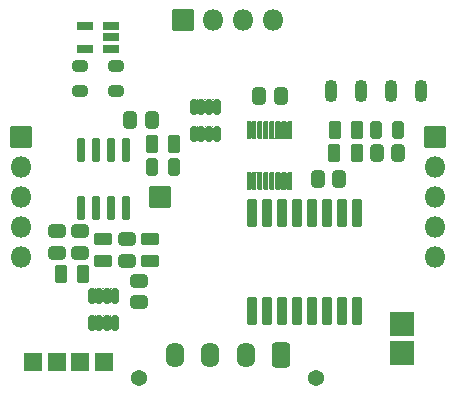
<source format=gbr>
G04 #@! TF.GenerationSoftware,KiCad,Pcbnew,(6.0.7)*
G04 #@! TF.CreationDate,2022-11-19T14:13:10-06:00*
G04 #@! TF.ProjectId,BPS-Amperes,4250532d-416d-4706-9572-65732e6b6963,rev?*
G04 #@! TF.SameCoordinates,Original*
G04 #@! TF.FileFunction,Soldermask,Top*
G04 #@! TF.FilePolarity,Negative*
%FSLAX46Y46*%
G04 Gerber Fmt 4.6, Leading zero omitted, Abs format (unit mm)*
G04 Created by KiCad (PCBNEW (6.0.7)) date 2022-11-19 14:13:10*
%MOMM*%
%LPD*%
G01*
G04 APERTURE LIST*
G04 Aperture macros list*
%AMRoundRect*
0 Rectangle with rounded corners*
0 $1 Rounding radius*
0 $2 $3 $4 $5 $6 $7 $8 $9 X,Y pos of 4 corners*
0 Add a 4 corners polygon primitive as box body*
4,1,4,$2,$3,$4,$5,$6,$7,$8,$9,$2,$3,0*
0 Add four circle primitives for the rounded corners*
1,1,$1+$1,$2,$3*
1,1,$1+$1,$4,$5*
1,1,$1+$1,$6,$7*
1,1,$1+$1,$8,$9*
0 Add four rect primitives between the rounded corners*
20,1,$1+$1,$2,$3,$4,$5,0*
20,1,$1+$1,$4,$5,$6,$7,0*
20,1,$1+$1,$6,$7,$8,$9,0*
20,1,$1+$1,$8,$9,$2,$3,0*%
G04 Aperture macros list end*
%ADD10RoundRect,0.300000X0.450000X-0.262500X0.450000X0.262500X-0.450000X0.262500X-0.450000X-0.262500X0*%
%ADD11RoundRect,0.300000X-0.450000X0.262500X-0.450000X-0.262500X0.450000X-0.262500X0.450000X0.262500X0*%
%ADD12RoundRect,0.268750X-0.381250X0.218750X-0.381250X-0.218750X0.381250X-0.218750X0.381250X0.218750X0*%
%ADD13RoundRect,0.200000X0.150000X-0.825000X0.150000X0.825000X-0.150000X0.825000X-0.150000X-0.825000X0*%
%ADD14RoundRect,0.050000X-0.750000X-0.750000X0.750000X-0.750000X0.750000X0.750000X-0.750000X0.750000X0*%
%ADD15RoundRect,0.300000X0.262500X0.450000X-0.262500X0.450000X-0.262500X-0.450000X0.262500X-0.450000X0*%
%ADD16RoundRect,0.050000X-1.000000X-1.000000X1.000000X-1.000000X1.000000X1.000000X-1.000000X1.000000X0*%
%ADD17RoundRect,0.300000X0.250000X0.475000X-0.250000X0.475000X-0.250000X-0.475000X0.250000X-0.475000X0*%
%ADD18C,1.370000*%
%ADD19RoundRect,0.300001X0.499999X0.759999X-0.499999X0.759999X-0.499999X-0.759999X0.499999X-0.759999X0*%
%ADD20O,1.600000X2.120000*%
%ADD21RoundRect,0.175000X0.125000X-0.537500X0.125000X0.537500X-0.125000X0.537500X-0.125000X-0.537500X0*%
%ADD22O,1.100000X1.900000*%
%ADD23RoundRect,0.175000X-0.125000X0.537500X-0.125000X-0.537500X0.125000X-0.537500X0.125000X0.537500X0*%
%ADD24RoundRect,0.300000X-0.250000X-0.475000X0.250000X-0.475000X0.250000X0.475000X-0.250000X0.475000X0*%
%ADD25RoundRect,0.300000X0.475000X-0.250000X0.475000X0.250000X-0.475000X0.250000X-0.475000X-0.250000X0*%
%ADD26RoundRect,0.050000X0.850000X-0.850000X0.850000X0.850000X-0.850000X0.850000X-0.850000X-0.850000X0*%
%ADD27O,1.800000X1.800000*%
%ADD28RoundRect,0.293750X-0.243750X-0.456250X0.243750X-0.456250X0.243750X0.456250X-0.243750X0.456250X0*%
%ADD29RoundRect,0.125000X0.075000X-0.650000X0.075000X0.650000X-0.075000X0.650000X-0.075000X-0.650000X0*%
%ADD30RoundRect,0.050000X0.380000X1.100000X-0.380000X1.100000X-0.380000X-1.100000X0.380000X-1.100000X0*%
%ADD31RoundRect,0.300000X-0.262500X-0.450000X0.262500X-0.450000X0.262500X0.450000X-0.262500X0.450000X0*%
%ADD32RoundRect,0.200000X0.512500X0.150000X-0.512500X0.150000X-0.512500X-0.150000X0.512500X-0.150000X0*%
%ADD33RoundRect,0.050000X-0.850000X-0.850000X0.850000X-0.850000X0.850000X0.850000X-0.850000X0.850000X0*%
%ADD34RoundRect,0.300000X-0.475000X0.250000X-0.475000X-0.250000X0.475000X-0.250000X0.475000X0.250000X0*%
%ADD35RoundRect,0.050000X0.850000X0.850000X-0.850000X0.850000X-0.850000X-0.850000X0.850000X-0.850000X0*%
G04 APERTURE END LIST*
D10*
X126432500Y-117912500D03*
X126432500Y-116087500D03*
D11*
X127432500Y-119587500D03*
X127432500Y-121412500D03*
D12*
X125500000Y-101437500D03*
X125500000Y-103562500D03*
D13*
X122595000Y-113475000D03*
X123865000Y-113475000D03*
X125135000Y-113475000D03*
X126405000Y-113475000D03*
X126405000Y-108525000D03*
X125135000Y-108525000D03*
X123865000Y-108525000D03*
X122595000Y-108525000D03*
D14*
X122500000Y-126500000D03*
D15*
X144412500Y-111000000D03*
X142587500Y-111000000D03*
D16*
X149750000Y-125750000D03*
D17*
X145950000Y-106800000D03*
X144050000Y-106800000D03*
D12*
X122500000Y-101437500D03*
X122500000Y-103562500D03*
D10*
X122500000Y-117250000D03*
X122500000Y-115425000D03*
D18*
X142500000Y-127875000D03*
X127500000Y-127875000D03*
D19*
X139500000Y-125915000D03*
D20*
X136500000Y-125915000D03*
X133500000Y-125915000D03*
X130500000Y-125915000D03*
D15*
X139500000Y-104000000D03*
X137675000Y-104000000D03*
D16*
X149750000Y-123250000D03*
D14*
X124500000Y-126500000D03*
D21*
X123457500Y-123137500D03*
X124107500Y-123137500D03*
X124757500Y-123137500D03*
X125407500Y-123137500D03*
X125407500Y-120862500D03*
X124757500Y-120862500D03*
X124107500Y-120862500D03*
X123457500Y-120862500D03*
D22*
X143690000Y-103500000D03*
X146230000Y-103500000D03*
X148770000Y-103500000D03*
X151310000Y-103500000D03*
D23*
X134050000Y-104862500D03*
X133400000Y-104862500D03*
X132750000Y-104862500D03*
X132100000Y-104862500D03*
X132100000Y-107137500D03*
X132750000Y-107137500D03*
X133400000Y-107137500D03*
X134050000Y-107137500D03*
D24*
X144000000Y-108800000D03*
X145900000Y-108800000D03*
D14*
X120500000Y-126500000D03*
D25*
X124432500Y-117950000D03*
X124432500Y-116050000D03*
D26*
X131200000Y-97500000D03*
D27*
X133740000Y-97500000D03*
X136280000Y-97500000D03*
X138820000Y-97500000D03*
D17*
X122750000Y-119000000D03*
X120850000Y-119000000D03*
D10*
X120500000Y-117250000D03*
X120500000Y-115425000D03*
D28*
X147562500Y-106800000D03*
X149437500Y-106800000D03*
D29*
X136750000Y-111150000D03*
X137250000Y-111150000D03*
X137750000Y-111150000D03*
X138250000Y-111150000D03*
X138750000Y-111150000D03*
X139250000Y-111150000D03*
X139750000Y-111150000D03*
X140250000Y-111150000D03*
X140250000Y-106850000D03*
X139750000Y-106850000D03*
X139250000Y-106850000D03*
X138750000Y-106850000D03*
X138250000Y-106850000D03*
X137750000Y-106850000D03*
X137250000Y-106850000D03*
X136750000Y-106850000D03*
D30*
X145945000Y-113872500D03*
X144675000Y-113872500D03*
X143405000Y-113872500D03*
X142135000Y-113872500D03*
X140865000Y-113872500D03*
X139595000Y-113872500D03*
X138325000Y-113872500D03*
X137055000Y-113872500D03*
X137055000Y-122127500D03*
X138325000Y-122127500D03*
X139595000Y-122127500D03*
X140865000Y-122127500D03*
X142135000Y-122127500D03*
X143405000Y-122127500D03*
X144675000Y-122127500D03*
X145945000Y-122127500D03*
D31*
X147587500Y-108800000D03*
X149412500Y-108800000D03*
D32*
X125137500Y-99950000D03*
X125137500Y-99000000D03*
X125137500Y-98050000D03*
X122862500Y-98050000D03*
X122862500Y-99950000D03*
D33*
X129250000Y-112500000D03*
D14*
X118500000Y-126500000D03*
D31*
X126737500Y-106000000D03*
X128562500Y-106000000D03*
D24*
X128550000Y-108000000D03*
X130450000Y-108000000D03*
D28*
X128562500Y-110000000D03*
X130437500Y-110000000D03*
D34*
X128432500Y-116050000D03*
X128432500Y-117950000D03*
D35*
X117525000Y-107420000D03*
D27*
X117525000Y-109960000D03*
X117525000Y-112500000D03*
X117525000Y-115040000D03*
X117525000Y-117580000D03*
D35*
X152500000Y-107425000D03*
D27*
X152500000Y-109965000D03*
X152500000Y-112505000D03*
X152500000Y-115045000D03*
X152500000Y-117585000D03*
G36*
X124360144Y-122478767D02*
G01*
X124371083Y-122486076D01*
X124372364Y-122485444D01*
X124373472Y-122485869D01*
X124398619Y-122505693D01*
X124459074Y-122508066D01*
X124491894Y-122486136D01*
X124493890Y-122486005D01*
X124493948Y-122486056D01*
X124504856Y-122478767D01*
X124506852Y-122478636D01*
X124507963Y-122480299D01*
X124507630Y-122481541D01*
X124472706Y-122533809D01*
X124459500Y-122600199D01*
X124459500Y-123674801D01*
X124472706Y-123741191D01*
X124507630Y-123793459D01*
X124507761Y-123795455D01*
X124506098Y-123796566D01*
X124504856Y-123796233D01*
X124493917Y-123788924D01*
X124492636Y-123789556D01*
X124491528Y-123789131D01*
X124466381Y-123769307D01*
X124405926Y-123766934D01*
X124373106Y-123788864D01*
X124371110Y-123788995D01*
X124371052Y-123788944D01*
X124360144Y-123796233D01*
X124358148Y-123796364D01*
X124357037Y-123794701D01*
X124357370Y-123793459D01*
X124392294Y-123741191D01*
X124405500Y-123674801D01*
X124405500Y-122600199D01*
X124392294Y-122533809D01*
X124357370Y-122481541D01*
X124357239Y-122479545D01*
X124358902Y-122478434D01*
X124360144Y-122478767D01*
G37*
G36*
X123710144Y-122478767D02*
G01*
X123721083Y-122486076D01*
X123722364Y-122485444D01*
X123723472Y-122485869D01*
X123748619Y-122505693D01*
X123809074Y-122508066D01*
X123841894Y-122486136D01*
X123843890Y-122486005D01*
X123843948Y-122486056D01*
X123854856Y-122478767D01*
X123856852Y-122478636D01*
X123857963Y-122480299D01*
X123857630Y-122481541D01*
X123822706Y-122533809D01*
X123809500Y-122600199D01*
X123809500Y-123674801D01*
X123822706Y-123741191D01*
X123857630Y-123793459D01*
X123857761Y-123795455D01*
X123856098Y-123796566D01*
X123854856Y-123796233D01*
X123843917Y-123788924D01*
X123842636Y-123789556D01*
X123841528Y-123789131D01*
X123816381Y-123769307D01*
X123755926Y-123766934D01*
X123723106Y-123788864D01*
X123721110Y-123788995D01*
X123721052Y-123788944D01*
X123710144Y-123796233D01*
X123708148Y-123796364D01*
X123707037Y-123794701D01*
X123707370Y-123793459D01*
X123742294Y-123741191D01*
X123755500Y-123674801D01*
X123755500Y-122600199D01*
X123742294Y-122533809D01*
X123707370Y-122481541D01*
X123707239Y-122479545D01*
X123708902Y-122478434D01*
X123710144Y-122478767D01*
G37*
G36*
X125010144Y-122478767D02*
G01*
X125021083Y-122486076D01*
X125022364Y-122485444D01*
X125023472Y-122485869D01*
X125048619Y-122505693D01*
X125109074Y-122508066D01*
X125141894Y-122486136D01*
X125143890Y-122486005D01*
X125143948Y-122486056D01*
X125154856Y-122478767D01*
X125156852Y-122478636D01*
X125157963Y-122480299D01*
X125157630Y-122481541D01*
X125122706Y-122533809D01*
X125109500Y-122600199D01*
X125109500Y-123674801D01*
X125122706Y-123741191D01*
X125157630Y-123793459D01*
X125157761Y-123795455D01*
X125156098Y-123796566D01*
X125154856Y-123796233D01*
X125143917Y-123788924D01*
X125142636Y-123789556D01*
X125141528Y-123789131D01*
X125116381Y-123769307D01*
X125055926Y-123766934D01*
X125023106Y-123788864D01*
X125021110Y-123788995D01*
X125021052Y-123788944D01*
X125010144Y-123796233D01*
X125008148Y-123796364D01*
X125007037Y-123794701D01*
X125007370Y-123793459D01*
X125042294Y-123741191D01*
X125055500Y-123674801D01*
X125055500Y-122600199D01*
X125042294Y-122533809D01*
X125007370Y-122481541D01*
X125007239Y-122479545D01*
X125008902Y-122478434D01*
X125010144Y-122478767D01*
G37*
G36*
X125010144Y-120203767D02*
G01*
X125021083Y-120211076D01*
X125022364Y-120210444D01*
X125023472Y-120210869D01*
X125048619Y-120230693D01*
X125109074Y-120233066D01*
X125141894Y-120211136D01*
X125143890Y-120211005D01*
X125143948Y-120211056D01*
X125154856Y-120203767D01*
X125156852Y-120203636D01*
X125157963Y-120205299D01*
X125157630Y-120206541D01*
X125122706Y-120258809D01*
X125109500Y-120325199D01*
X125109500Y-121399801D01*
X125122706Y-121466191D01*
X125157630Y-121518459D01*
X125157761Y-121520455D01*
X125156098Y-121521566D01*
X125154856Y-121521233D01*
X125143917Y-121513924D01*
X125142636Y-121514556D01*
X125141528Y-121514131D01*
X125116381Y-121494307D01*
X125055926Y-121491934D01*
X125023106Y-121513864D01*
X125021110Y-121513995D01*
X125021052Y-121513944D01*
X125010144Y-121521233D01*
X125008148Y-121521364D01*
X125007037Y-121519701D01*
X125007370Y-121518459D01*
X125042294Y-121466191D01*
X125055500Y-121399801D01*
X125055500Y-120325199D01*
X125042294Y-120258809D01*
X125007370Y-120206541D01*
X125007239Y-120204545D01*
X125008902Y-120203434D01*
X125010144Y-120203767D01*
G37*
G36*
X124360144Y-120203767D02*
G01*
X124371083Y-120211076D01*
X124372364Y-120210444D01*
X124373472Y-120210869D01*
X124398619Y-120230693D01*
X124459074Y-120233066D01*
X124491894Y-120211136D01*
X124493890Y-120211005D01*
X124493948Y-120211056D01*
X124504856Y-120203767D01*
X124506852Y-120203636D01*
X124507963Y-120205299D01*
X124507630Y-120206541D01*
X124472706Y-120258809D01*
X124459500Y-120325199D01*
X124459500Y-121399801D01*
X124472706Y-121466191D01*
X124507630Y-121518459D01*
X124507761Y-121520455D01*
X124506098Y-121521566D01*
X124504856Y-121521233D01*
X124493917Y-121513924D01*
X124492636Y-121514556D01*
X124491528Y-121514131D01*
X124466381Y-121494307D01*
X124405926Y-121491934D01*
X124373106Y-121513864D01*
X124371110Y-121513995D01*
X124371052Y-121513944D01*
X124360144Y-121521233D01*
X124358148Y-121521364D01*
X124357037Y-121519701D01*
X124357370Y-121518459D01*
X124392294Y-121466191D01*
X124405500Y-121399801D01*
X124405500Y-120325199D01*
X124392294Y-120258809D01*
X124357370Y-120206541D01*
X124357239Y-120204545D01*
X124358902Y-120203434D01*
X124360144Y-120203767D01*
G37*
G36*
X123710144Y-120203767D02*
G01*
X123721083Y-120211076D01*
X123722364Y-120210444D01*
X123723472Y-120210869D01*
X123748619Y-120230693D01*
X123809074Y-120233066D01*
X123841894Y-120211136D01*
X123843890Y-120211005D01*
X123843948Y-120211056D01*
X123854856Y-120203767D01*
X123856852Y-120203636D01*
X123857963Y-120205299D01*
X123857630Y-120206541D01*
X123822706Y-120258809D01*
X123809500Y-120325199D01*
X123809500Y-121399801D01*
X123822706Y-121466191D01*
X123857630Y-121518459D01*
X123857761Y-121520455D01*
X123856098Y-121521566D01*
X123854856Y-121521233D01*
X123843917Y-121513924D01*
X123842636Y-121514556D01*
X123841528Y-121514131D01*
X123816381Y-121494307D01*
X123755926Y-121491934D01*
X123723106Y-121513864D01*
X123721110Y-121513995D01*
X123721052Y-121513944D01*
X123710144Y-121521233D01*
X123708148Y-121521364D01*
X123707037Y-121519701D01*
X123707370Y-121518459D01*
X123742294Y-121466191D01*
X123755500Y-121399801D01*
X123755500Y-120325199D01*
X123742294Y-120258809D01*
X123707370Y-120206541D01*
X123707239Y-120204545D01*
X123708902Y-120203434D01*
X123710144Y-120203767D01*
G37*
G36*
X139922976Y-110422537D02*
G01*
X139966118Y-110456547D01*
X140026573Y-110458922D01*
X140073914Y-110427289D01*
X140075910Y-110427158D01*
X140077021Y-110428821D01*
X140076688Y-110430063D01*
X140061400Y-110452944D01*
X140052000Y-110500199D01*
X140052000Y-111799801D01*
X140061400Y-111847056D01*
X140079925Y-111874781D01*
X140080056Y-111876777D01*
X140078393Y-111877888D01*
X140077024Y-111877463D01*
X140033882Y-111843453D01*
X139973427Y-111841078D01*
X139926086Y-111872711D01*
X139924090Y-111872842D01*
X139922979Y-111871179D01*
X139923312Y-111869937D01*
X139938600Y-111847056D01*
X139948000Y-111799801D01*
X139948000Y-110500199D01*
X139938600Y-110452944D01*
X139920075Y-110425219D01*
X139919944Y-110423223D01*
X139921607Y-110422112D01*
X139922976Y-110422537D01*
G37*
G36*
X139422976Y-110422537D02*
G01*
X139466118Y-110456547D01*
X139526573Y-110458922D01*
X139573914Y-110427289D01*
X139575910Y-110427158D01*
X139577021Y-110428821D01*
X139576688Y-110430063D01*
X139561400Y-110452944D01*
X139552000Y-110500199D01*
X139552000Y-111799801D01*
X139561400Y-111847056D01*
X139579925Y-111874781D01*
X139580056Y-111876777D01*
X139578393Y-111877888D01*
X139577024Y-111877463D01*
X139533882Y-111843453D01*
X139473427Y-111841078D01*
X139426086Y-111872711D01*
X139424090Y-111872842D01*
X139422979Y-111871179D01*
X139423312Y-111869937D01*
X139438600Y-111847056D01*
X139448000Y-111799801D01*
X139448000Y-110500199D01*
X139438600Y-110452944D01*
X139420075Y-110425219D01*
X139419944Y-110423223D01*
X139421607Y-110422112D01*
X139422976Y-110422537D01*
G37*
G36*
X138422976Y-110422537D02*
G01*
X138466118Y-110456547D01*
X138526573Y-110458922D01*
X138573914Y-110427289D01*
X138575910Y-110427158D01*
X138577021Y-110428821D01*
X138576688Y-110430063D01*
X138561400Y-110452944D01*
X138552000Y-110500199D01*
X138552000Y-111799801D01*
X138561400Y-111847056D01*
X138579925Y-111874781D01*
X138580056Y-111876777D01*
X138578393Y-111877888D01*
X138577024Y-111877463D01*
X138533882Y-111843453D01*
X138473427Y-111841078D01*
X138426086Y-111872711D01*
X138424090Y-111872842D01*
X138422979Y-111871179D01*
X138423312Y-111869937D01*
X138438600Y-111847056D01*
X138448000Y-111799801D01*
X138448000Y-110500199D01*
X138438600Y-110452944D01*
X138420075Y-110425219D01*
X138419944Y-110423223D01*
X138421607Y-110422112D01*
X138422976Y-110422537D01*
G37*
G36*
X138922976Y-110422537D02*
G01*
X138966118Y-110456547D01*
X139026573Y-110458922D01*
X139073914Y-110427289D01*
X139075910Y-110427158D01*
X139077021Y-110428821D01*
X139076688Y-110430063D01*
X139061400Y-110452944D01*
X139052000Y-110500199D01*
X139052000Y-111799801D01*
X139061400Y-111847056D01*
X139079925Y-111874781D01*
X139080056Y-111876777D01*
X139078393Y-111877888D01*
X139077024Y-111877463D01*
X139033882Y-111843453D01*
X138973427Y-111841078D01*
X138926086Y-111872711D01*
X138924090Y-111872842D01*
X138922979Y-111871179D01*
X138923312Y-111869937D01*
X138938600Y-111847056D01*
X138948000Y-111799801D01*
X138948000Y-110500199D01*
X138938600Y-110452944D01*
X138920075Y-110425219D01*
X138919944Y-110423223D01*
X138921607Y-110422112D01*
X138922976Y-110422537D01*
G37*
G36*
X137922976Y-110422537D02*
G01*
X137966118Y-110456547D01*
X138026573Y-110458922D01*
X138073914Y-110427289D01*
X138075910Y-110427158D01*
X138077021Y-110428821D01*
X138076688Y-110430063D01*
X138061400Y-110452944D01*
X138052000Y-110500199D01*
X138052000Y-111799801D01*
X138061400Y-111847056D01*
X138079925Y-111874781D01*
X138080056Y-111876777D01*
X138078393Y-111877888D01*
X138077024Y-111877463D01*
X138033882Y-111843453D01*
X137973427Y-111841078D01*
X137926086Y-111872711D01*
X137924090Y-111872842D01*
X137922979Y-111871179D01*
X137923312Y-111869937D01*
X137938600Y-111847056D01*
X137948000Y-111799801D01*
X137948000Y-110500199D01*
X137938600Y-110452944D01*
X137920075Y-110425219D01*
X137919944Y-110423223D01*
X137921607Y-110422112D01*
X137922976Y-110422537D01*
G37*
G36*
X137422976Y-110422537D02*
G01*
X137466118Y-110456547D01*
X137526573Y-110458922D01*
X137573914Y-110427289D01*
X137575910Y-110427158D01*
X137577021Y-110428821D01*
X137576688Y-110430063D01*
X137561400Y-110452944D01*
X137552000Y-110500199D01*
X137552000Y-111799801D01*
X137561400Y-111847056D01*
X137579925Y-111874781D01*
X137580056Y-111876777D01*
X137578393Y-111877888D01*
X137577024Y-111877463D01*
X137533882Y-111843453D01*
X137473427Y-111841078D01*
X137426086Y-111872711D01*
X137424090Y-111872842D01*
X137422979Y-111871179D01*
X137423312Y-111869937D01*
X137438600Y-111847056D01*
X137448000Y-111799801D01*
X137448000Y-110500199D01*
X137438600Y-110452944D01*
X137420075Y-110425219D01*
X137419944Y-110423223D01*
X137421607Y-110422112D01*
X137422976Y-110422537D01*
G37*
G36*
X136922976Y-110422537D02*
G01*
X136966118Y-110456547D01*
X137026573Y-110458922D01*
X137073914Y-110427289D01*
X137075910Y-110427158D01*
X137077021Y-110428821D01*
X137076688Y-110430063D01*
X137061400Y-110452944D01*
X137052000Y-110500199D01*
X137052000Y-111799801D01*
X137061400Y-111847056D01*
X137079925Y-111874781D01*
X137080056Y-111876777D01*
X137078393Y-111877888D01*
X137077024Y-111877463D01*
X137033882Y-111843453D01*
X136973427Y-111841078D01*
X136926086Y-111872711D01*
X136924090Y-111872842D01*
X136922979Y-111871179D01*
X136923312Y-111869937D01*
X136938600Y-111847056D01*
X136948000Y-111799801D01*
X136948000Y-110500199D01*
X136938600Y-110452944D01*
X136920075Y-110425219D01*
X136919944Y-110423223D01*
X136921607Y-110422112D01*
X136922976Y-110422537D01*
G37*
G36*
X133652644Y-106478767D02*
G01*
X133663583Y-106486076D01*
X133664864Y-106485444D01*
X133665972Y-106485869D01*
X133691119Y-106505693D01*
X133751574Y-106508066D01*
X133784394Y-106486136D01*
X133786390Y-106486005D01*
X133786448Y-106486056D01*
X133797356Y-106478767D01*
X133799352Y-106478636D01*
X133800463Y-106480299D01*
X133800130Y-106481541D01*
X133765206Y-106533809D01*
X133752000Y-106600199D01*
X133752000Y-107674801D01*
X133765206Y-107741191D01*
X133800130Y-107793459D01*
X133800261Y-107795455D01*
X133798598Y-107796566D01*
X133797356Y-107796233D01*
X133786417Y-107788924D01*
X133785136Y-107789556D01*
X133784028Y-107789131D01*
X133758881Y-107769307D01*
X133698426Y-107766934D01*
X133665606Y-107788864D01*
X133663610Y-107788995D01*
X133663552Y-107788944D01*
X133652644Y-107796233D01*
X133650648Y-107796364D01*
X133649537Y-107794701D01*
X133649870Y-107793459D01*
X133684794Y-107741191D01*
X133698000Y-107674801D01*
X133698000Y-106600199D01*
X133684794Y-106533809D01*
X133649870Y-106481541D01*
X133649739Y-106479545D01*
X133651402Y-106478434D01*
X133652644Y-106478767D01*
G37*
G36*
X132352644Y-106478767D02*
G01*
X132363583Y-106486076D01*
X132364864Y-106485444D01*
X132365972Y-106485869D01*
X132391119Y-106505693D01*
X132451574Y-106508066D01*
X132484394Y-106486136D01*
X132486390Y-106486005D01*
X132486448Y-106486056D01*
X132497356Y-106478767D01*
X132499352Y-106478636D01*
X132500463Y-106480299D01*
X132500130Y-106481541D01*
X132465206Y-106533809D01*
X132452000Y-106600199D01*
X132452000Y-107674801D01*
X132465206Y-107741191D01*
X132500130Y-107793459D01*
X132500261Y-107795455D01*
X132498598Y-107796566D01*
X132497356Y-107796233D01*
X132486417Y-107788924D01*
X132485136Y-107789556D01*
X132484028Y-107789131D01*
X132458881Y-107769307D01*
X132398426Y-107766934D01*
X132365606Y-107788864D01*
X132363610Y-107788995D01*
X132363552Y-107788944D01*
X132352644Y-107796233D01*
X132350648Y-107796364D01*
X132349537Y-107794701D01*
X132349870Y-107793459D01*
X132384794Y-107741191D01*
X132398000Y-107674801D01*
X132398000Y-106600199D01*
X132384794Y-106533809D01*
X132349870Y-106481541D01*
X132349739Y-106479545D01*
X132351402Y-106478434D01*
X132352644Y-106478767D01*
G37*
G36*
X133002644Y-106478767D02*
G01*
X133013583Y-106486076D01*
X133014864Y-106485444D01*
X133015972Y-106485869D01*
X133041119Y-106505693D01*
X133101574Y-106508066D01*
X133134394Y-106486136D01*
X133136390Y-106486005D01*
X133136448Y-106486056D01*
X133147356Y-106478767D01*
X133149352Y-106478636D01*
X133150463Y-106480299D01*
X133150130Y-106481541D01*
X133115206Y-106533809D01*
X133102000Y-106600199D01*
X133102000Y-107674801D01*
X133115206Y-107741191D01*
X133150130Y-107793459D01*
X133150261Y-107795455D01*
X133148598Y-107796566D01*
X133147356Y-107796233D01*
X133136417Y-107788924D01*
X133135136Y-107789556D01*
X133134028Y-107789131D01*
X133108881Y-107769307D01*
X133048426Y-107766934D01*
X133015606Y-107788864D01*
X133013610Y-107788995D01*
X133013552Y-107788944D01*
X133002644Y-107796233D01*
X133000648Y-107796364D01*
X132999537Y-107794701D01*
X132999870Y-107793459D01*
X133034794Y-107741191D01*
X133048000Y-107674801D01*
X133048000Y-106600199D01*
X133034794Y-106533809D01*
X132999870Y-106481541D01*
X132999739Y-106479545D01*
X133001402Y-106478434D01*
X133002644Y-106478767D01*
G37*
G36*
X139422976Y-106122537D02*
G01*
X139466118Y-106156547D01*
X139526573Y-106158922D01*
X139573914Y-106127289D01*
X139575910Y-106127158D01*
X139577021Y-106128821D01*
X139576688Y-106130063D01*
X139561400Y-106152944D01*
X139552000Y-106200199D01*
X139552000Y-107499801D01*
X139561400Y-107547056D01*
X139579925Y-107574781D01*
X139580056Y-107576777D01*
X139578393Y-107577888D01*
X139577024Y-107577463D01*
X139533882Y-107543453D01*
X139473427Y-107541078D01*
X139426086Y-107572711D01*
X139424090Y-107572842D01*
X139422979Y-107571179D01*
X139423312Y-107569937D01*
X139438600Y-107547056D01*
X139448000Y-107499801D01*
X139448000Y-106200199D01*
X139438600Y-106152944D01*
X139420075Y-106125219D01*
X139419944Y-106123223D01*
X139421607Y-106122112D01*
X139422976Y-106122537D01*
G37*
G36*
X137922976Y-106122537D02*
G01*
X137966118Y-106156547D01*
X138026573Y-106158922D01*
X138073914Y-106127289D01*
X138075910Y-106127158D01*
X138077021Y-106128821D01*
X138076688Y-106130063D01*
X138061400Y-106152944D01*
X138052000Y-106200199D01*
X138052000Y-107499801D01*
X138061400Y-107547056D01*
X138079925Y-107574781D01*
X138080056Y-107576777D01*
X138078393Y-107577888D01*
X138077024Y-107577463D01*
X138033882Y-107543453D01*
X137973427Y-107541078D01*
X137926086Y-107572711D01*
X137924090Y-107572842D01*
X137922979Y-107571179D01*
X137923312Y-107569937D01*
X137938600Y-107547056D01*
X137948000Y-107499801D01*
X137948000Y-106200199D01*
X137938600Y-106152944D01*
X137920075Y-106125219D01*
X137919944Y-106123223D01*
X137921607Y-106122112D01*
X137922976Y-106122537D01*
G37*
G36*
X138922976Y-106122537D02*
G01*
X138966118Y-106156547D01*
X139026573Y-106158922D01*
X139073914Y-106127289D01*
X139075910Y-106127158D01*
X139077021Y-106128821D01*
X139076688Y-106130063D01*
X139061400Y-106152944D01*
X139052000Y-106200199D01*
X139052000Y-107499801D01*
X139061400Y-107547056D01*
X139079925Y-107574781D01*
X139080056Y-107576777D01*
X139078393Y-107577888D01*
X139077024Y-107577463D01*
X139033882Y-107543453D01*
X138973427Y-107541078D01*
X138926086Y-107572711D01*
X138924090Y-107572842D01*
X138922979Y-107571179D01*
X138923312Y-107569937D01*
X138938600Y-107547056D01*
X138948000Y-107499801D01*
X138948000Y-106200199D01*
X138938600Y-106152944D01*
X138920075Y-106125219D01*
X138919944Y-106123223D01*
X138921607Y-106122112D01*
X138922976Y-106122537D01*
G37*
G36*
X139922976Y-106122537D02*
G01*
X139966118Y-106156547D01*
X140026573Y-106158922D01*
X140073914Y-106127289D01*
X140075910Y-106127158D01*
X140077021Y-106128821D01*
X140076688Y-106130063D01*
X140061400Y-106152944D01*
X140052000Y-106200199D01*
X140052000Y-107499801D01*
X140061400Y-107547056D01*
X140079925Y-107574781D01*
X140080056Y-107576777D01*
X140078393Y-107577888D01*
X140077024Y-107577463D01*
X140033882Y-107543453D01*
X139973427Y-107541078D01*
X139926086Y-107572711D01*
X139924090Y-107572842D01*
X139922979Y-107571179D01*
X139923312Y-107569937D01*
X139938600Y-107547056D01*
X139948000Y-107499801D01*
X139948000Y-106200199D01*
X139938600Y-106152944D01*
X139920075Y-106125219D01*
X139919944Y-106123223D01*
X139921607Y-106122112D01*
X139922976Y-106122537D01*
G37*
G36*
X136922976Y-106122537D02*
G01*
X136966118Y-106156547D01*
X137026573Y-106158922D01*
X137073914Y-106127289D01*
X137075910Y-106127158D01*
X137077021Y-106128821D01*
X137076688Y-106130063D01*
X137061400Y-106152944D01*
X137052000Y-106200199D01*
X137052000Y-107499801D01*
X137061400Y-107547056D01*
X137079925Y-107574781D01*
X137080056Y-107576777D01*
X137078393Y-107577888D01*
X137077024Y-107577463D01*
X137033882Y-107543453D01*
X136973427Y-107541078D01*
X136926086Y-107572711D01*
X136924090Y-107572842D01*
X136922979Y-107571179D01*
X136923312Y-107569937D01*
X136938600Y-107547056D01*
X136948000Y-107499801D01*
X136948000Y-106200199D01*
X136938600Y-106152944D01*
X136920075Y-106125219D01*
X136919944Y-106123223D01*
X136921607Y-106122112D01*
X136922976Y-106122537D01*
G37*
G36*
X137422976Y-106122537D02*
G01*
X137466118Y-106156547D01*
X137526573Y-106158922D01*
X137573914Y-106127289D01*
X137575910Y-106127158D01*
X137577021Y-106128821D01*
X137576688Y-106130063D01*
X137561400Y-106152944D01*
X137552000Y-106200199D01*
X137552000Y-107499801D01*
X137561400Y-107547056D01*
X137579925Y-107574781D01*
X137580056Y-107576777D01*
X137578393Y-107577888D01*
X137577024Y-107577463D01*
X137533882Y-107543453D01*
X137473427Y-107541078D01*
X137426086Y-107572711D01*
X137424090Y-107572842D01*
X137422979Y-107571179D01*
X137423312Y-107569937D01*
X137438600Y-107547056D01*
X137448000Y-107499801D01*
X137448000Y-106200199D01*
X137438600Y-106152944D01*
X137420075Y-106125219D01*
X137419944Y-106123223D01*
X137421607Y-106122112D01*
X137422976Y-106122537D01*
G37*
G36*
X138422976Y-106122537D02*
G01*
X138466118Y-106156547D01*
X138526573Y-106158922D01*
X138573914Y-106127289D01*
X138575910Y-106127158D01*
X138577021Y-106128821D01*
X138576688Y-106130063D01*
X138561400Y-106152944D01*
X138552000Y-106200199D01*
X138552000Y-107499801D01*
X138561400Y-107547056D01*
X138579925Y-107574781D01*
X138580056Y-107576777D01*
X138578393Y-107577888D01*
X138577024Y-107577463D01*
X138533882Y-107543453D01*
X138473427Y-107541078D01*
X138426086Y-107572711D01*
X138424090Y-107572842D01*
X138422979Y-107571179D01*
X138423312Y-107569937D01*
X138438600Y-107547056D01*
X138448000Y-107499801D01*
X138448000Y-106200199D01*
X138438600Y-106152944D01*
X138420075Y-106125219D01*
X138419944Y-106123223D01*
X138421607Y-106122112D01*
X138422976Y-106122537D01*
G37*
G36*
X132352644Y-104203767D02*
G01*
X132363583Y-104211076D01*
X132364864Y-104210444D01*
X132365972Y-104210869D01*
X132391119Y-104230693D01*
X132451574Y-104233066D01*
X132484394Y-104211136D01*
X132486390Y-104211005D01*
X132486448Y-104211056D01*
X132497356Y-104203767D01*
X132499352Y-104203636D01*
X132500463Y-104205299D01*
X132500130Y-104206541D01*
X132465206Y-104258809D01*
X132452000Y-104325199D01*
X132452000Y-105399801D01*
X132465206Y-105466191D01*
X132500130Y-105518459D01*
X132500261Y-105520455D01*
X132498598Y-105521566D01*
X132497356Y-105521233D01*
X132486417Y-105513924D01*
X132485136Y-105514556D01*
X132484028Y-105514131D01*
X132458881Y-105494307D01*
X132398426Y-105491934D01*
X132365606Y-105513864D01*
X132363610Y-105513995D01*
X132363552Y-105513944D01*
X132352644Y-105521233D01*
X132350648Y-105521364D01*
X132349537Y-105519701D01*
X132349870Y-105518459D01*
X132384794Y-105466191D01*
X132398000Y-105399801D01*
X132398000Y-104325199D01*
X132384794Y-104258809D01*
X132349870Y-104206541D01*
X132349739Y-104204545D01*
X132351402Y-104203434D01*
X132352644Y-104203767D01*
G37*
G36*
X133002644Y-104203767D02*
G01*
X133013583Y-104211076D01*
X133014864Y-104210444D01*
X133015972Y-104210869D01*
X133041119Y-104230693D01*
X133101574Y-104233066D01*
X133134394Y-104211136D01*
X133136390Y-104211005D01*
X133136448Y-104211056D01*
X133147356Y-104203767D01*
X133149352Y-104203636D01*
X133150463Y-104205299D01*
X133150130Y-104206541D01*
X133115206Y-104258809D01*
X133102000Y-104325199D01*
X133102000Y-105399801D01*
X133115206Y-105466191D01*
X133150130Y-105518459D01*
X133150261Y-105520455D01*
X133148598Y-105521566D01*
X133147356Y-105521233D01*
X133136417Y-105513924D01*
X133135136Y-105514556D01*
X133134028Y-105514131D01*
X133108881Y-105494307D01*
X133048426Y-105491934D01*
X133015606Y-105513864D01*
X133013610Y-105513995D01*
X133013552Y-105513944D01*
X133002644Y-105521233D01*
X133000648Y-105521364D01*
X132999537Y-105519701D01*
X132999870Y-105518459D01*
X133034794Y-105466191D01*
X133048000Y-105399801D01*
X133048000Y-104325199D01*
X133034794Y-104258809D01*
X132999870Y-104206541D01*
X132999739Y-104204545D01*
X133001402Y-104203434D01*
X133002644Y-104203767D01*
G37*
G36*
X133652644Y-104203767D02*
G01*
X133663583Y-104211076D01*
X133664864Y-104210444D01*
X133665972Y-104210869D01*
X133691119Y-104230693D01*
X133751574Y-104233066D01*
X133784394Y-104211136D01*
X133786390Y-104211005D01*
X133786448Y-104211056D01*
X133797356Y-104203767D01*
X133799352Y-104203636D01*
X133800463Y-104205299D01*
X133800130Y-104206541D01*
X133765206Y-104258809D01*
X133752000Y-104325199D01*
X133752000Y-105399801D01*
X133765206Y-105466191D01*
X133800130Y-105518459D01*
X133800261Y-105520455D01*
X133798598Y-105521566D01*
X133797356Y-105521233D01*
X133786417Y-105513924D01*
X133785136Y-105514556D01*
X133784028Y-105514131D01*
X133758881Y-105494307D01*
X133698426Y-105491934D01*
X133665606Y-105513864D01*
X133663610Y-105513995D01*
X133663552Y-105513944D01*
X133652644Y-105521233D01*
X133650648Y-105521364D01*
X133649537Y-105519701D01*
X133649870Y-105518459D01*
X133684794Y-105466191D01*
X133698000Y-105399801D01*
X133698000Y-104325199D01*
X133684794Y-104258809D01*
X133649870Y-104206541D01*
X133649739Y-104204545D01*
X133651402Y-104203434D01*
X133652644Y-104203767D01*
G37*
M02*

</source>
